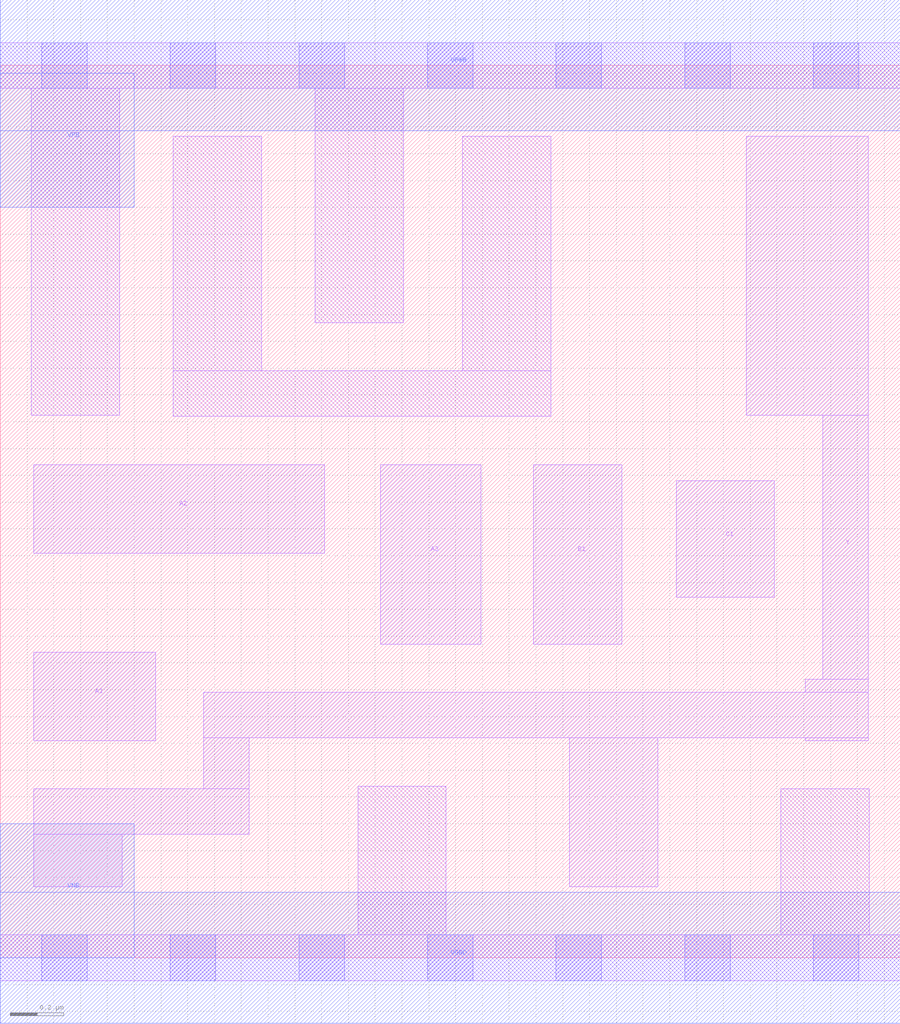
<source format=lef>
# Copyright 2020 The SkyWater PDK Authors
#
# Licensed under the Apache License, Version 2.0 (the "License");
# you may not use this file except in compliance with the License.
# You may obtain a copy of the License at
#
#     https://www.apache.org/licenses/LICENSE-2.0
#
# Unless required by applicable law or agreed to in writing, software
# distributed under the License is distributed on an "AS IS" BASIS,
# WITHOUT WARRANTIES OR CONDITIONS OF ANY KIND, either express or implied.
# See the License for the specific language governing permissions and
# limitations under the License.
#
# SPDX-License-Identifier: Apache-2.0

VERSION 5.5 ;
NAMESCASESENSITIVE ON ;
BUSBITCHARS "[]" ;
DIVIDERCHAR "/" ;
MACRO sky130_fd_sc_lp__a311oi_lp
  CLASS CORE ;
  SOURCE USER ;
  ORIGIN  0.000000  0.000000 ;
  SIZE  3.360000 BY  3.330000 ;
  SYMMETRY X Y R90 ;
  SITE unit ;
  PIN A1
    ANTENNAGATEAREA  0.313000 ;
    DIRECTION INPUT ;
    USE SIGNAL ;
    PORT
      LAYER li1 ;
        RECT 0.125000 0.810000 0.580000 1.140000 ;
    END
  END A1
  PIN A2
    ANTENNAGATEAREA  0.313000 ;
    DIRECTION INPUT ;
    USE SIGNAL ;
    PORT
      LAYER li1 ;
        RECT 0.125000 1.510000 1.210000 1.840000 ;
    END
  END A2
  PIN A3
    ANTENNAGATEAREA  0.313000 ;
    DIRECTION INPUT ;
    USE SIGNAL ;
    PORT
      LAYER li1 ;
        RECT 1.420000 1.170000 1.795000 1.840000 ;
    END
  END A3
  PIN B1
    ANTENNAGATEAREA  0.376000 ;
    DIRECTION INPUT ;
    USE SIGNAL ;
    PORT
      LAYER li1 ;
        RECT 1.990000 1.170000 2.320000 1.840000 ;
    END
  END B1
  PIN C1
    ANTENNAGATEAREA  0.376000 ;
    DIRECTION INPUT ;
    USE SIGNAL ;
    PORT
      LAYER li1 ;
        RECT 2.525000 1.345000 2.890000 1.780000 ;
    END
  END C1
  PIN Y
    ANTENNADIFFAREA  0.522300 ;
    DIRECTION OUTPUT ;
    USE SIGNAL ;
    PORT
      LAYER li1 ;
        RECT 0.125000 0.265000 0.455000 0.460000 ;
        RECT 0.125000 0.460000 0.930000 0.630000 ;
        RECT 0.760000 0.630000 0.930000 0.820000 ;
        RECT 0.760000 0.820000 3.240000 0.990000 ;
        RECT 2.125000 0.265000 2.455000 0.820000 ;
        RECT 2.785000 2.025000 3.240000 3.065000 ;
        RECT 3.005000 0.810000 3.240000 0.820000 ;
        RECT 3.005000 0.990000 3.240000 1.040000 ;
        RECT 3.070000 1.040000 3.240000 2.025000 ;
    END
  END Y
  PIN VGND
    DIRECTION INOUT ;
    USE GROUND ;
    PORT
      LAYER met1 ;
        RECT 0.000000 -0.245000 3.360000 0.245000 ;
    END
  END VGND
  PIN VNB
    DIRECTION INOUT ;
    USE GROUND ;
    PORT
    END
  END VNB
  PIN VPB
    DIRECTION INOUT ;
    USE POWER ;
    PORT
    END
  END VPB
  PIN VNB
    DIRECTION INOUT ;
    USE GROUND ;
    PORT
      LAYER met1 ;
        RECT 0.000000 0.000000 0.500000 0.500000 ;
    END
  END VNB
  PIN VPB
    DIRECTION INOUT ;
    USE POWER ;
    PORT
      LAYER met1 ;
        RECT 0.000000 2.800000 0.500000 3.300000 ;
    END
  END VPB
  PIN VPWR
    DIRECTION INOUT ;
    USE POWER ;
    PORT
      LAYER met1 ;
        RECT 0.000000 3.085000 3.360000 3.575000 ;
    END
  END VPWR
  OBS
    LAYER li1 ;
      RECT 0.000000 -0.085000 3.360000 0.085000 ;
      RECT 0.000000  3.245000 3.360000 3.415000 ;
      RECT 0.115000  2.025000 0.445000 3.245000 ;
      RECT 0.645000  2.020000 2.055000 2.190000 ;
      RECT 0.645000  2.190000 0.975000 3.065000 ;
      RECT 1.175000  2.370000 1.505000 3.245000 ;
      RECT 1.335000  0.085000 1.665000 0.640000 ;
      RECT 1.725000  2.190000 2.055000 3.065000 ;
      RECT 2.915000  0.085000 3.245000 0.630000 ;
    LAYER mcon ;
      RECT 0.155000 -0.085000 0.325000 0.085000 ;
      RECT 0.155000  3.245000 0.325000 3.415000 ;
      RECT 0.635000 -0.085000 0.805000 0.085000 ;
      RECT 0.635000  3.245000 0.805000 3.415000 ;
      RECT 1.115000 -0.085000 1.285000 0.085000 ;
      RECT 1.115000  3.245000 1.285000 3.415000 ;
      RECT 1.595000 -0.085000 1.765000 0.085000 ;
      RECT 1.595000  3.245000 1.765000 3.415000 ;
      RECT 2.075000 -0.085000 2.245000 0.085000 ;
      RECT 2.075000  3.245000 2.245000 3.415000 ;
      RECT 2.555000 -0.085000 2.725000 0.085000 ;
      RECT 2.555000  3.245000 2.725000 3.415000 ;
      RECT 3.035000 -0.085000 3.205000 0.085000 ;
      RECT 3.035000  3.245000 3.205000 3.415000 ;
  END
END sky130_fd_sc_lp__a311oi_lp
END LIBRARY

</source>
